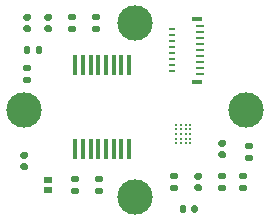
<source format=gts>
G04 #@! TF.GenerationSoftware,KiCad,Pcbnew,(5.1.8)-1*
G04 #@! TF.CreationDate,2021-03-29T10:41:43+03:00*
G04 #@! TF.ProjectId,sensor board,73656e73-6f72-4206-926f-6172642e6b69,rev?*
G04 #@! TF.SameCoordinates,Original*
G04 #@! TF.FileFunction,Soldermask,Top*
G04 #@! TF.FilePolarity,Negative*
%FSLAX46Y46*%
G04 Gerber Fmt 4.6, Leading zero omitted, Abs format (unit mm)*
G04 Created by KiCad (PCBNEW (5.1.8)-1) date 2021-03-29 10:41:43*
%MOMM*%
%LPD*%
G01*
G04 APERTURE LIST*
%ADD10R,0.450000X1.800000*%
%ADD11C,0.216000*%
%ADD12R,0.720000X0.250000*%
%ADD13R,0.570000X0.250000*%
%ADD14R,0.950000X0.400000*%
%ADD15C,3.000000*%
%ADD16R,0.780000X0.610000*%
G04 APERTURE END LIST*
G36*
G01*
X144711000Y-83326000D02*
X144341000Y-83326000D01*
G75*
G02*
X144206000Y-83191000I0J135000D01*
G01*
X144206000Y-82921000D01*
G75*
G02*
X144341000Y-82786000I135000J0D01*
G01*
X144711000Y-82786000D01*
G75*
G02*
X144846000Y-82921000I0J-135000D01*
G01*
X144846000Y-83191000D01*
G75*
G02*
X144711000Y-83326000I-135000J0D01*
G01*
G37*
G36*
G01*
X144711000Y-84346000D02*
X144341000Y-84346000D01*
G75*
G02*
X144206000Y-84211000I0J135000D01*
G01*
X144206000Y-83941000D01*
G75*
G02*
X144341000Y-83806000I135000J0D01*
G01*
X144711000Y-83806000D01*
G75*
G02*
X144846000Y-83941000I0J-135000D01*
G01*
X144846000Y-84211000D01*
G75*
G02*
X144711000Y-84346000I-135000J0D01*
G01*
G37*
G36*
G01*
X137737000Y-70344000D02*
X138107000Y-70344000D01*
G75*
G02*
X138242000Y-70479000I0J-135000D01*
G01*
X138242000Y-70749000D01*
G75*
G02*
X138107000Y-70884000I-135000J0D01*
G01*
X137737000Y-70884000D01*
G75*
G02*
X137602000Y-70749000I0J135000D01*
G01*
X137602000Y-70479000D01*
G75*
G02*
X137737000Y-70344000I135000J0D01*
G01*
G37*
G36*
G01*
X137737000Y-69324000D02*
X138107000Y-69324000D01*
G75*
G02*
X138242000Y-69459000I0J-135000D01*
G01*
X138242000Y-69729000D01*
G75*
G02*
X138107000Y-69864000I-135000J0D01*
G01*
X137737000Y-69864000D01*
G75*
G02*
X137602000Y-69729000I0J135000D01*
G01*
X137602000Y-69459000D01*
G75*
G02*
X137737000Y-69324000I135000J0D01*
G01*
G37*
G36*
G01*
X151061000Y-80786000D02*
X150691000Y-80786000D01*
G75*
G02*
X150556000Y-80651000I0J135000D01*
G01*
X150556000Y-80381000D01*
G75*
G02*
X150691000Y-80246000I135000J0D01*
G01*
X151061000Y-80246000D01*
G75*
G02*
X151196000Y-80381000I0J-135000D01*
G01*
X151196000Y-80651000D01*
G75*
G02*
X151061000Y-80786000I-135000J0D01*
G01*
G37*
G36*
G01*
X151061000Y-81806000D02*
X150691000Y-81806000D01*
G75*
G02*
X150556000Y-81671000I0J135000D01*
G01*
X150556000Y-81401000D01*
G75*
G02*
X150691000Y-81266000I135000J0D01*
G01*
X151061000Y-81266000D01*
G75*
G02*
X151196000Y-81401000I0J-135000D01*
G01*
X151196000Y-81671000D01*
G75*
G02*
X151061000Y-81806000I-135000J0D01*
G01*
G37*
G36*
G01*
X132348000Y-72205000D02*
X132348000Y-72575000D01*
G75*
G02*
X132213000Y-72710000I-135000J0D01*
G01*
X131943000Y-72710000D01*
G75*
G02*
X131808000Y-72575000I0J135000D01*
G01*
X131808000Y-72205000D01*
G75*
G02*
X131943000Y-72070000I135000J0D01*
G01*
X132213000Y-72070000D01*
G75*
G02*
X132348000Y-72205000I0J-135000D01*
G01*
G37*
G36*
G01*
X133368000Y-72205000D02*
X133368000Y-72575000D01*
G75*
G02*
X133233000Y-72710000I-135000J0D01*
G01*
X132963000Y-72710000D01*
G75*
G02*
X132828000Y-72575000I0J135000D01*
G01*
X132828000Y-72205000D01*
G75*
G02*
X132963000Y-72070000I135000J0D01*
G01*
X133233000Y-72070000D01*
G75*
G02*
X133368000Y-72205000I0J-135000D01*
G01*
G37*
G36*
G01*
X146388000Y-83766000D02*
X146728000Y-83766000D01*
G75*
G02*
X146868000Y-83906000I0J-140000D01*
G01*
X146868000Y-84186000D01*
G75*
G02*
X146728000Y-84326000I-140000J0D01*
G01*
X146388000Y-84326000D01*
G75*
G02*
X146248000Y-84186000I0J140000D01*
G01*
X146248000Y-83906000D01*
G75*
G02*
X146388000Y-83766000I140000J0D01*
G01*
G37*
G36*
G01*
X146388000Y-82806000D02*
X146728000Y-82806000D01*
G75*
G02*
X146868000Y-82946000I0J-140000D01*
G01*
X146868000Y-83226000D01*
G75*
G02*
X146728000Y-83366000I-140000J0D01*
G01*
X146388000Y-83366000D01*
G75*
G02*
X146248000Y-83226000I0J140000D01*
G01*
X146248000Y-82946000D01*
G75*
G02*
X146388000Y-82806000I140000J0D01*
G01*
G37*
G36*
G01*
X148760000Y-80572000D02*
X148420000Y-80572000D01*
G75*
G02*
X148280000Y-80432000I0J140000D01*
G01*
X148280000Y-80152000D01*
G75*
G02*
X148420000Y-80012000I140000J0D01*
G01*
X148760000Y-80012000D01*
G75*
G02*
X148900000Y-80152000I0J-140000D01*
G01*
X148900000Y-80432000D01*
G75*
G02*
X148760000Y-80572000I-140000J0D01*
G01*
G37*
G36*
G01*
X148760000Y-81532000D02*
X148420000Y-81532000D01*
G75*
G02*
X148280000Y-81392000I0J140000D01*
G01*
X148280000Y-81112000D01*
G75*
G02*
X148420000Y-80972000I140000J0D01*
G01*
X148760000Y-80972000D01*
G75*
G02*
X148900000Y-81112000I0J-140000D01*
G01*
X148900000Y-81392000D01*
G75*
G02*
X148760000Y-81532000I-140000J0D01*
G01*
G37*
G36*
G01*
X131656000Y-81028000D02*
X131996000Y-81028000D01*
G75*
G02*
X132136000Y-81168000I0J-140000D01*
G01*
X132136000Y-81448000D01*
G75*
G02*
X131996000Y-81588000I-140000J0D01*
G01*
X131656000Y-81588000D01*
G75*
G02*
X131516000Y-81448000I0J140000D01*
G01*
X131516000Y-81168000D01*
G75*
G02*
X131656000Y-81028000I140000J0D01*
G01*
G37*
G36*
G01*
X131656000Y-81988000D02*
X131996000Y-81988000D01*
G75*
G02*
X132136000Y-82128000I0J-140000D01*
G01*
X132136000Y-82408000D01*
G75*
G02*
X131996000Y-82548000I-140000J0D01*
G01*
X131656000Y-82548000D01*
G75*
G02*
X131516000Y-82408000I0J140000D01*
G01*
X131516000Y-82128000D01*
G75*
G02*
X131656000Y-81988000I140000J0D01*
G01*
G37*
G36*
G01*
X145008000Y-86022000D02*
X145008000Y-85682000D01*
G75*
G02*
X145148000Y-85542000I140000J0D01*
G01*
X145428000Y-85542000D01*
G75*
G02*
X145568000Y-85682000I0J-140000D01*
G01*
X145568000Y-86022000D01*
G75*
G02*
X145428000Y-86162000I-140000J0D01*
G01*
X145148000Y-86162000D01*
G75*
G02*
X145008000Y-86022000I0J140000D01*
G01*
G37*
G36*
G01*
X145968000Y-86022000D02*
X145968000Y-85682000D01*
G75*
G02*
X146108000Y-85542000I140000J0D01*
G01*
X146388000Y-85542000D01*
G75*
G02*
X146528000Y-85682000I0J-140000D01*
G01*
X146528000Y-86022000D01*
G75*
G02*
X146388000Y-86162000I-140000J0D01*
G01*
X146108000Y-86162000D01*
G75*
G02*
X145968000Y-86022000I0J140000D01*
G01*
G37*
G36*
G01*
X131910000Y-70304000D02*
X132250000Y-70304000D01*
G75*
G02*
X132390000Y-70444000I0J-140000D01*
G01*
X132390000Y-70724000D01*
G75*
G02*
X132250000Y-70864000I-140000J0D01*
G01*
X131910000Y-70864000D01*
G75*
G02*
X131770000Y-70724000I0J140000D01*
G01*
X131770000Y-70444000D01*
G75*
G02*
X131910000Y-70304000I140000J0D01*
G01*
G37*
G36*
G01*
X131910000Y-69344000D02*
X132250000Y-69344000D01*
G75*
G02*
X132390000Y-69484000I0J-140000D01*
G01*
X132390000Y-69764000D01*
G75*
G02*
X132250000Y-69904000I-140000J0D01*
G01*
X131910000Y-69904000D01*
G75*
G02*
X131770000Y-69764000I0J140000D01*
G01*
X131770000Y-69484000D01*
G75*
G02*
X131910000Y-69344000I140000J0D01*
G01*
G37*
G36*
G01*
X133688000Y-69344000D02*
X134028000Y-69344000D01*
G75*
G02*
X134168000Y-69484000I0J-140000D01*
G01*
X134168000Y-69764000D01*
G75*
G02*
X134028000Y-69904000I-140000J0D01*
G01*
X133688000Y-69904000D01*
G75*
G02*
X133548000Y-69764000I0J140000D01*
G01*
X133548000Y-69484000D01*
G75*
G02*
X133688000Y-69344000I140000J0D01*
G01*
G37*
G36*
G01*
X133688000Y-70304000D02*
X134028000Y-70304000D01*
G75*
G02*
X134168000Y-70444000I0J-140000D01*
G01*
X134168000Y-70724000D01*
G75*
G02*
X134028000Y-70864000I-140000J0D01*
G01*
X133688000Y-70864000D01*
G75*
G02*
X133548000Y-70724000I0J140000D01*
G01*
X133548000Y-70444000D01*
G75*
G02*
X133688000Y-70304000I140000J0D01*
G01*
G37*
D10*
X136155000Y-80766000D03*
X136805000Y-80766000D03*
X137455000Y-80766000D03*
X138105000Y-80766000D03*
X138755000Y-80766000D03*
X139405000Y-80766000D03*
X140055000Y-80766000D03*
X140705000Y-80766000D03*
X140705000Y-73666000D03*
X140055000Y-73666000D03*
X139405000Y-73666000D03*
X138755000Y-73666000D03*
X138105000Y-73666000D03*
X137455000Y-73666000D03*
X136805000Y-73666000D03*
X136155000Y-73666000D03*
D11*
X145888000Y-78702000D03*
X145888000Y-79102000D03*
X145888000Y-79502000D03*
X145888000Y-79902000D03*
X145888000Y-80302000D03*
X145488000Y-78702000D03*
X145488000Y-79102000D03*
X145488000Y-79502000D03*
X145488000Y-79902000D03*
X145488000Y-80302000D03*
X145088000Y-78702000D03*
X145088000Y-79102000D03*
X145088000Y-79502000D03*
X145088000Y-79902000D03*
X145088000Y-80302000D03*
X144688000Y-78702000D03*
X144688000Y-79102000D03*
X144688000Y-79502000D03*
X144688000Y-79902000D03*
X144688000Y-80302000D03*
D12*
X146707000Y-70390000D03*
D13*
X144302000Y-70640000D03*
D12*
X146707000Y-70890000D03*
D13*
X144302000Y-71140000D03*
D12*
X146707000Y-71390000D03*
D13*
X144302000Y-71640000D03*
D12*
X146707000Y-71890000D03*
D13*
X144302000Y-72140000D03*
D12*
X146707000Y-72390000D03*
D13*
X144302000Y-72640000D03*
D12*
X146707000Y-72890000D03*
D13*
X144302000Y-73140000D03*
D12*
X146707000Y-73390000D03*
D13*
X144302000Y-73640000D03*
D12*
X146707000Y-73890000D03*
D13*
X144302000Y-74140000D03*
D12*
X146707000Y-74390000D03*
D14*
X146442000Y-75060000D03*
X146442000Y-69720000D03*
G36*
G01*
X148405000Y-83806000D02*
X148775000Y-83806000D01*
G75*
G02*
X148910000Y-83941000I0J-135000D01*
G01*
X148910000Y-84211000D01*
G75*
G02*
X148775000Y-84346000I-135000J0D01*
G01*
X148405000Y-84346000D01*
G75*
G02*
X148270000Y-84211000I0J135000D01*
G01*
X148270000Y-83941000D01*
G75*
G02*
X148405000Y-83806000I135000J0D01*
G01*
G37*
G36*
G01*
X148405000Y-82786000D02*
X148775000Y-82786000D01*
G75*
G02*
X148910000Y-82921000I0J-135000D01*
G01*
X148910000Y-83191000D01*
G75*
G02*
X148775000Y-83326000I-135000J0D01*
G01*
X148405000Y-83326000D01*
G75*
G02*
X148270000Y-83191000I0J135000D01*
G01*
X148270000Y-82921000D01*
G75*
G02*
X148405000Y-82786000I135000J0D01*
G01*
G37*
G36*
G01*
X150183000Y-82786000D02*
X150553000Y-82786000D01*
G75*
G02*
X150688000Y-82921000I0J-135000D01*
G01*
X150688000Y-83191000D01*
G75*
G02*
X150553000Y-83326000I-135000J0D01*
G01*
X150183000Y-83326000D01*
G75*
G02*
X150048000Y-83191000I0J135000D01*
G01*
X150048000Y-82921000D01*
G75*
G02*
X150183000Y-82786000I135000J0D01*
G01*
G37*
G36*
G01*
X150183000Y-83806000D02*
X150553000Y-83806000D01*
G75*
G02*
X150688000Y-83941000I0J-135000D01*
G01*
X150688000Y-84211000D01*
G75*
G02*
X150553000Y-84346000I-135000J0D01*
G01*
X150183000Y-84346000D01*
G75*
G02*
X150048000Y-84211000I0J135000D01*
G01*
X150048000Y-83941000D01*
G75*
G02*
X150183000Y-83806000I135000J0D01*
G01*
G37*
G36*
G01*
X135705000Y-70344000D02*
X136075000Y-70344000D01*
G75*
G02*
X136210000Y-70479000I0J-135000D01*
G01*
X136210000Y-70749000D01*
G75*
G02*
X136075000Y-70884000I-135000J0D01*
G01*
X135705000Y-70884000D01*
G75*
G02*
X135570000Y-70749000I0J135000D01*
G01*
X135570000Y-70479000D01*
G75*
G02*
X135705000Y-70344000I135000J0D01*
G01*
G37*
G36*
G01*
X135705000Y-69324000D02*
X136075000Y-69324000D01*
G75*
G02*
X136210000Y-69459000I0J-135000D01*
G01*
X136210000Y-69729000D01*
G75*
G02*
X136075000Y-69864000I-135000J0D01*
G01*
X135705000Y-69864000D01*
G75*
G02*
X135570000Y-69729000I0J135000D01*
G01*
X135570000Y-69459000D01*
G75*
G02*
X135705000Y-69324000I135000J0D01*
G01*
G37*
G36*
G01*
X138361000Y-84600000D02*
X137991000Y-84600000D01*
G75*
G02*
X137856000Y-84465000I0J135000D01*
G01*
X137856000Y-84195000D01*
G75*
G02*
X137991000Y-84060000I135000J0D01*
G01*
X138361000Y-84060000D01*
G75*
G02*
X138496000Y-84195000I0J-135000D01*
G01*
X138496000Y-84465000D01*
G75*
G02*
X138361000Y-84600000I-135000J0D01*
G01*
G37*
G36*
G01*
X138361000Y-83580000D02*
X137991000Y-83580000D01*
G75*
G02*
X137856000Y-83445000I0J135000D01*
G01*
X137856000Y-83175000D01*
G75*
G02*
X137991000Y-83040000I135000J0D01*
G01*
X138361000Y-83040000D01*
G75*
G02*
X138496000Y-83175000I0J-135000D01*
G01*
X138496000Y-83445000D01*
G75*
G02*
X138361000Y-83580000I-135000J0D01*
G01*
G37*
G36*
G01*
X136329000Y-84600000D02*
X135959000Y-84600000D01*
G75*
G02*
X135824000Y-84465000I0J135000D01*
G01*
X135824000Y-84195000D01*
G75*
G02*
X135959000Y-84060000I135000J0D01*
G01*
X136329000Y-84060000D01*
G75*
G02*
X136464000Y-84195000I0J-135000D01*
G01*
X136464000Y-84465000D01*
G75*
G02*
X136329000Y-84600000I-135000J0D01*
G01*
G37*
G36*
G01*
X136329000Y-83580000D02*
X135959000Y-83580000D01*
G75*
G02*
X135824000Y-83445000I0J135000D01*
G01*
X135824000Y-83175000D01*
G75*
G02*
X135959000Y-83040000I135000J0D01*
G01*
X136329000Y-83040000D01*
G75*
G02*
X136464000Y-83175000I0J-135000D01*
G01*
X136464000Y-83445000D01*
G75*
G02*
X136329000Y-83580000I-135000J0D01*
G01*
G37*
G36*
G01*
X132265000Y-74182000D02*
X131895000Y-74182000D01*
G75*
G02*
X131760000Y-74047000I0J135000D01*
G01*
X131760000Y-73777000D01*
G75*
G02*
X131895000Y-73642000I135000J0D01*
G01*
X132265000Y-73642000D01*
G75*
G02*
X132400000Y-73777000I0J-135000D01*
G01*
X132400000Y-74047000D01*
G75*
G02*
X132265000Y-74182000I-135000J0D01*
G01*
G37*
G36*
G01*
X132265000Y-75202000D02*
X131895000Y-75202000D01*
G75*
G02*
X131760000Y-75067000I0J135000D01*
G01*
X131760000Y-74797000D01*
G75*
G02*
X131895000Y-74662000I135000J0D01*
G01*
X132265000Y-74662000D01*
G75*
G02*
X132400000Y-74797000I0J-135000D01*
G01*
X132400000Y-75067000D01*
G75*
G02*
X132265000Y-75202000I-135000J0D01*
G01*
G37*
D15*
X141224000Y-84836000D03*
X141224000Y-70104000D03*
X150622000Y-77470000D03*
X131826000Y-77470000D03*
D16*
X133858000Y-83360000D03*
X133858000Y-84280000D03*
M02*

</source>
